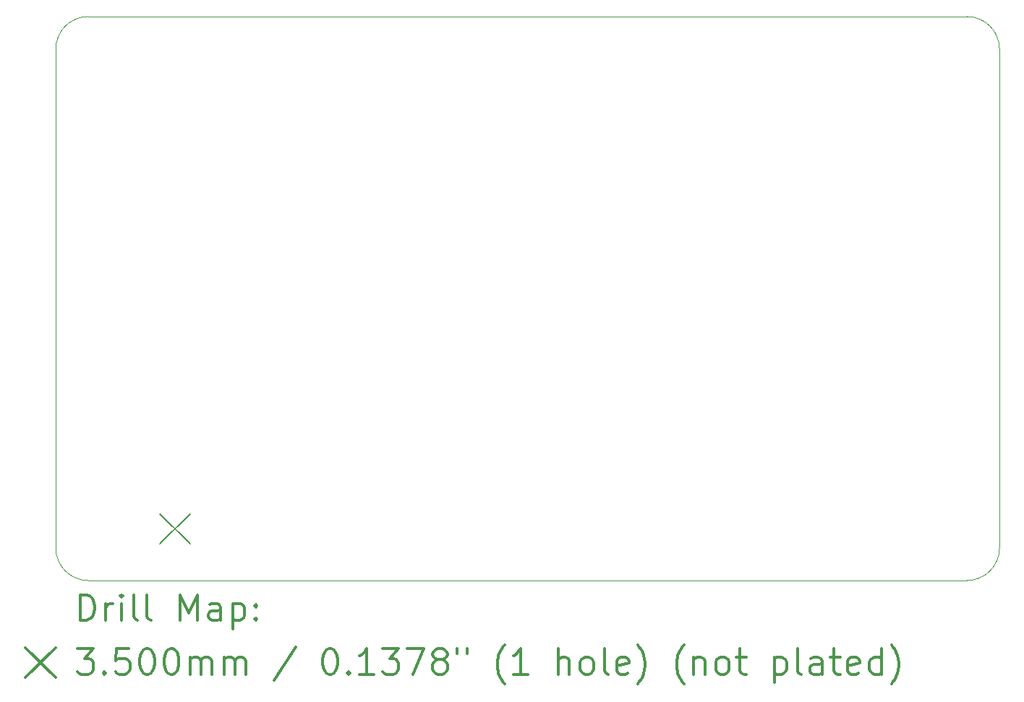
<source format=gbr>
%FSLAX45Y45*%
G04 Gerber Fmt 4.5, Leading zero omitted, Abs format (unit mm)*
G04 Created by KiCad (PCBNEW (5.1.12-1-10_14)) date 2022-01-30 19:40:45*
%MOMM*%
%LPD*%
G01*
G04 APERTURE LIST*
%TA.AperFunction,Profile*%
%ADD10C,0.050000*%
%TD*%
%ADD11C,0.200000*%
%ADD12C,0.300000*%
G04 APERTURE END LIST*
D10*
X8763000Y-7239000D02*
G75*
G02*
X9144000Y-6858000I381000J0D01*
G01*
X19431000Y-6858000D02*
G75*
G02*
X19812000Y-7239000I0J-381000D01*
G01*
X19812000Y-13081000D02*
G75*
G02*
X19431000Y-13462000I-381000J0D01*
G01*
X9144000Y-13462000D02*
G75*
G02*
X8763000Y-13081000I0J381000D01*
G01*
X9144000Y-13462000D02*
X19431000Y-13462000D01*
X19812000Y-7239000D02*
X19812000Y-13081000D01*
X9144000Y-6858000D02*
X19431000Y-6858000D01*
X8763000Y-13081000D02*
X8763000Y-7239000D01*
D11*
X9982700Y-12683750D02*
X10332700Y-13033750D01*
X10332700Y-12683750D02*
X9982700Y-13033750D01*
D12*
X9046928Y-13930214D02*
X9046928Y-13630214D01*
X9118357Y-13630214D01*
X9161214Y-13644500D01*
X9189786Y-13673071D01*
X9204071Y-13701643D01*
X9218357Y-13758786D01*
X9218357Y-13801643D01*
X9204071Y-13858786D01*
X9189786Y-13887357D01*
X9161214Y-13915929D01*
X9118357Y-13930214D01*
X9046928Y-13930214D01*
X9346928Y-13930214D02*
X9346928Y-13730214D01*
X9346928Y-13787357D02*
X9361214Y-13758786D01*
X9375500Y-13744500D01*
X9404071Y-13730214D01*
X9432643Y-13730214D01*
X9532643Y-13930214D02*
X9532643Y-13730214D01*
X9532643Y-13630214D02*
X9518357Y-13644500D01*
X9532643Y-13658786D01*
X9546928Y-13644500D01*
X9532643Y-13630214D01*
X9532643Y-13658786D01*
X9718357Y-13930214D02*
X9689786Y-13915929D01*
X9675500Y-13887357D01*
X9675500Y-13630214D01*
X9875500Y-13930214D02*
X9846928Y-13915929D01*
X9832643Y-13887357D01*
X9832643Y-13630214D01*
X10218357Y-13930214D02*
X10218357Y-13630214D01*
X10318357Y-13844500D01*
X10418357Y-13630214D01*
X10418357Y-13930214D01*
X10689786Y-13930214D02*
X10689786Y-13773071D01*
X10675500Y-13744500D01*
X10646928Y-13730214D01*
X10589786Y-13730214D01*
X10561214Y-13744500D01*
X10689786Y-13915929D02*
X10661214Y-13930214D01*
X10589786Y-13930214D01*
X10561214Y-13915929D01*
X10546928Y-13887357D01*
X10546928Y-13858786D01*
X10561214Y-13830214D01*
X10589786Y-13815929D01*
X10661214Y-13815929D01*
X10689786Y-13801643D01*
X10832643Y-13730214D02*
X10832643Y-14030214D01*
X10832643Y-13744500D02*
X10861214Y-13730214D01*
X10918357Y-13730214D01*
X10946928Y-13744500D01*
X10961214Y-13758786D01*
X10975500Y-13787357D01*
X10975500Y-13873071D01*
X10961214Y-13901643D01*
X10946928Y-13915929D01*
X10918357Y-13930214D01*
X10861214Y-13930214D01*
X10832643Y-13915929D01*
X11104071Y-13901643D02*
X11118357Y-13915929D01*
X11104071Y-13930214D01*
X11089786Y-13915929D01*
X11104071Y-13901643D01*
X11104071Y-13930214D01*
X11104071Y-13744500D02*
X11118357Y-13758786D01*
X11104071Y-13773071D01*
X11089786Y-13758786D01*
X11104071Y-13744500D01*
X11104071Y-13773071D01*
X8410500Y-14249500D02*
X8760500Y-14599500D01*
X8760500Y-14249500D02*
X8410500Y-14599500D01*
X9018357Y-14260214D02*
X9204071Y-14260214D01*
X9104071Y-14374500D01*
X9146928Y-14374500D01*
X9175500Y-14388786D01*
X9189786Y-14403071D01*
X9204071Y-14431643D01*
X9204071Y-14503071D01*
X9189786Y-14531643D01*
X9175500Y-14545929D01*
X9146928Y-14560214D01*
X9061214Y-14560214D01*
X9032643Y-14545929D01*
X9018357Y-14531643D01*
X9332643Y-14531643D02*
X9346928Y-14545929D01*
X9332643Y-14560214D01*
X9318357Y-14545929D01*
X9332643Y-14531643D01*
X9332643Y-14560214D01*
X9618357Y-14260214D02*
X9475500Y-14260214D01*
X9461214Y-14403071D01*
X9475500Y-14388786D01*
X9504071Y-14374500D01*
X9575500Y-14374500D01*
X9604071Y-14388786D01*
X9618357Y-14403071D01*
X9632643Y-14431643D01*
X9632643Y-14503071D01*
X9618357Y-14531643D01*
X9604071Y-14545929D01*
X9575500Y-14560214D01*
X9504071Y-14560214D01*
X9475500Y-14545929D01*
X9461214Y-14531643D01*
X9818357Y-14260214D02*
X9846928Y-14260214D01*
X9875500Y-14274500D01*
X9889786Y-14288786D01*
X9904071Y-14317357D01*
X9918357Y-14374500D01*
X9918357Y-14445929D01*
X9904071Y-14503071D01*
X9889786Y-14531643D01*
X9875500Y-14545929D01*
X9846928Y-14560214D01*
X9818357Y-14560214D01*
X9789786Y-14545929D01*
X9775500Y-14531643D01*
X9761214Y-14503071D01*
X9746928Y-14445929D01*
X9746928Y-14374500D01*
X9761214Y-14317357D01*
X9775500Y-14288786D01*
X9789786Y-14274500D01*
X9818357Y-14260214D01*
X10104071Y-14260214D02*
X10132643Y-14260214D01*
X10161214Y-14274500D01*
X10175500Y-14288786D01*
X10189786Y-14317357D01*
X10204071Y-14374500D01*
X10204071Y-14445929D01*
X10189786Y-14503071D01*
X10175500Y-14531643D01*
X10161214Y-14545929D01*
X10132643Y-14560214D01*
X10104071Y-14560214D01*
X10075500Y-14545929D01*
X10061214Y-14531643D01*
X10046928Y-14503071D01*
X10032643Y-14445929D01*
X10032643Y-14374500D01*
X10046928Y-14317357D01*
X10061214Y-14288786D01*
X10075500Y-14274500D01*
X10104071Y-14260214D01*
X10332643Y-14560214D02*
X10332643Y-14360214D01*
X10332643Y-14388786D02*
X10346928Y-14374500D01*
X10375500Y-14360214D01*
X10418357Y-14360214D01*
X10446928Y-14374500D01*
X10461214Y-14403071D01*
X10461214Y-14560214D01*
X10461214Y-14403071D02*
X10475500Y-14374500D01*
X10504071Y-14360214D01*
X10546928Y-14360214D01*
X10575500Y-14374500D01*
X10589786Y-14403071D01*
X10589786Y-14560214D01*
X10732643Y-14560214D02*
X10732643Y-14360214D01*
X10732643Y-14388786D02*
X10746928Y-14374500D01*
X10775500Y-14360214D01*
X10818357Y-14360214D01*
X10846928Y-14374500D01*
X10861214Y-14403071D01*
X10861214Y-14560214D01*
X10861214Y-14403071D02*
X10875500Y-14374500D01*
X10904071Y-14360214D01*
X10946928Y-14360214D01*
X10975500Y-14374500D01*
X10989786Y-14403071D01*
X10989786Y-14560214D01*
X11575500Y-14245929D02*
X11318357Y-14631643D01*
X11961214Y-14260214D02*
X11989786Y-14260214D01*
X12018357Y-14274500D01*
X12032643Y-14288786D01*
X12046928Y-14317357D01*
X12061214Y-14374500D01*
X12061214Y-14445929D01*
X12046928Y-14503071D01*
X12032643Y-14531643D01*
X12018357Y-14545929D01*
X11989786Y-14560214D01*
X11961214Y-14560214D01*
X11932643Y-14545929D01*
X11918357Y-14531643D01*
X11904071Y-14503071D01*
X11889786Y-14445929D01*
X11889786Y-14374500D01*
X11904071Y-14317357D01*
X11918357Y-14288786D01*
X11932643Y-14274500D01*
X11961214Y-14260214D01*
X12189786Y-14531643D02*
X12204071Y-14545929D01*
X12189786Y-14560214D01*
X12175500Y-14545929D01*
X12189786Y-14531643D01*
X12189786Y-14560214D01*
X12489786Y-14560214D02*
X12318357Y-14560214D01*
X12404071Y-14560214D02*
X12404071Y-14260214D01*
X12375500Y-14303071D01*
X12346928Y-14331643D01*
X12318357Y-14345929D01*
X12589786Y-14260214D02*
X12775500Y-14260214D01*
X12675500Y-14374500D01*
X12718357Y-14374500D01*
X12746928Y-14388786D01*
X12761214Y-14403071D01*
X12775500Y-14431643D01*
X12775500Y-14503071D01*
X12761214Y-14531643D01*
X12746928Y-14545929D01*
X12718357Y-14560214D01*
X12632643Y-14560214D01*
X12604071Y-14545929D01*
X12589786Y-14531643D01*
X12875500Y-14260214D02*
X13075500Y-14260214D01*
X12946928Y-14560214D01*
X13232643Y-14388786D02*
X13204071Y-14374500D01*
X13189786Y-14360214D01*
X13175500Y-14331643D01*
X13175500Y-14317357D01*
X13189786Y-14288786D01*
X13204071Y-14274500D01*
X13232643Y-14260214D01*
X13289786Y-14260214D01*
X13318357Y-14274500D01*
X13332643Y-14288786D01*
X13346928Y-14317357D01*
X13346928Y-14331643D01*
X13332643Y-14360214D01*
X13318357Y-14374500D01*
X13289786Y-14388786D01*
X13232643Y-14388786D01*
X13204071Y-14403071D01*
X13189786Y-14417357D01*
X13175500Y-14445929D01*
X13175500Y-14503071D01*
X13189786Y-14531643D01*
X13204071Y-14545929D01*
X13232643Y-14560214D01*
X13289786Y-14560214D01*
X13318357Y-14545929D01*
X13332643Y-14531643D01*
X13346928Y-14503071D01*
X13346928Y-14445929D01*
X13332643Y-14417357D01*
X13318357Y-14403071D01*
X13289786Y-14388786D01*
X13461214Y-14260214D02*
X13461214Y-14317357D01*
X13575500Y-14260214D02*
X13575500Y-14317357D01*
X14018357Y-14674500D02*
X14004071Y-14660214D01*
X13975500Y-14617357D01*
X13961214Y-14588786D01*
X13946928Y-14545929D01*
X13932643Y-14474500D01*
X13932643Y-14417357D01*
X13946928Y-14345929D01*
X13961214Y-14303071D01*
X13975500Y-14274500D01*
X14004071Y-14231643D01*
X14018357Y-14217357D01*
X14289786Y-14560214D02*
X14118357Y-14560214D01*
X14204071Y-14560214D02*
X14204071Y-14260214D01*
X14175500Y-14303071D01*
X14146928Y-14331643D01*
X14118357Y-14345929D01*
X14646928Y-14560214D02*
X14646928Y-14260214D01*
X14775500Y-14560214D02*
X14775500Y-14403071D01*
X14761214Y-14374500D01*
X14732643Y-14360214D01*
X14689786Y-14360214D01*
X14661214Y-14374500D01*
X14646928Y-14388786D01*
X14961214Y-14560214D02*
X14932643Y-14545929D01*
X14918357Y-14531643D01*
X14904071Y-14503071D01*
X14904071Y-14417357D01*
X14918357Y-14388786D01*
X14932643Y-14374500D01*
X14961214Y-14360214D01*
X15004071Y-14360214D01*
X15032643Y-14374500D01*
X15046928Y-14388786D01*
X15061214Y-14417357D01*
X15061214Y-14503071D01*
X15046928Y-14531643D01*
X15032643Y-14545929D01*
X15004071Y-14560214D01*
X14961214Y-14560214D01*
X15232643Y-14560214D02*
X15204071Y-14545929D01*
X15189786Y-14517357D01*
X15189786Y-14260214D01*
X15461214Y-14545929D02*
X15432643Y-14560214D01*
X15375500Y-14560214D01*
X15346928Y-14545929D01*
X15332643Y-14517357D01*
X15332643Y-14403071D01*
X15346928Y-14374500D01*
X15375500Y-14360214D01*
X15432643Y-14360214D01*
X15461214Y-14374500D01*
X15475500Y-14403071D01*
X15475500Y-14431643D01*
X15332643Y-14460214D01*
X15575500Y-14674500D02*
X15589786Y-14660214D01*
X15618357Y-14617357D01*
X15632643Y-14588786D01*
X15646928Y-14545929D01*
X15661214Y-14474500D01*
X15661214Y-14417357D01*
X15646928Y-14345929D01*
X15632643Y-14303071D01*
X15618357Y-14274500D01*
X15589786Y-14231643D01*
X15575500Y-14217357D01*
X16118357Y-14674500D02*
X16104071Y-14660214D01*
X16075500Y-14617357D01*
X16061214Y-14588786D01*
X16046928Y-14545929D01*
X16032643Y-14474500D01*
X16032643Y-14417357D01*
X16046928Y-14345929D01*
X16061214Y-14303071D01*
X16075500Y-14274500D01*
X16104071Y-14231643D01*
X16118357Y-14217357D01*
X16232643Y-14360214D02*
X16232643Y-14560214D01*
X16232643Y-14388786D02*
X16246928Y-14374500D01*
X16275500Y-14360214D01*
X16318357Y-14360214D01*
X16346928Y-14374500D01*
X16361214Y-14403071D01*
X16361214Y-14560214D01*
X16546928Y-14560214D02*
X16518357Y-14545929D01*
X16504071Y-14531643D01*
X16489786Y-14503071D01*
X16489786Y-14417357D01*
X16504071Y-14388786D01*
X16518357Y-14374500D01*
X16546928Y-14360214D01*
X16589786Y-14360214D01*
X16618357Y-14374500D01*
X16632643Y-14388786D01*
X16646928Y-14417357D01*
X16646928Y-14503071D01*
X16632643Y-14531643D01*
X16618357Y-14545929D01*
X16589786Y-14560214D01*
X16546928Y-14560214D01*
X16732643Y-14360214D02*
X16846928Y-14360214D01*
X16775500Y-14260214D02*
X16775500Y-14517357D01*
X16789786Y-14545929D01*
X16818357Y-14560214D01*
X16846928Y-14560214D01*
X17175500Y-14360214D02*
X17175500Y-14660214D01*
X17175500Y-14374500D02*
X17204071Y-14360214D01*
X17261214Y-14360214D01*
X17289786Y-14374500D01*
X17304071Y-14388786D01*
X17318357Y-14417357D01*
X17318357Y-14503071D01*
X17304071Y-14531643D01*
X17289786Y-14545929D01*
X17261214Y-14560214D01*
X17204071Y-14560214D01*
X17175500Y-14545929D01*
X17489786Y-14560214D02*
X17461214Y-14545929D01*
X17446928Y-14517357D01*
X17446928Y-14260214D01*
X17732643Y-14560214D02*
X17732643Y-14403071D01*
X17718357Y-14374500D01*
X17689786Y-14360214D01*
X17632643Y-14360214D01*
X17604071Y-14374500D01*
X17732643Y-14545929D02*
X17704071Y-14560214D01*
X17632643Y-14560214D01*
X17604071Y-14545929D01*
X17589786Y-14517357D01*
X17589786Y-14488786D01*
X17604071Y-14460214D01*
X17632643Y-14445929D01*
X17704071Y-14445929D01*
X17732643Y-14431643D01*
X17832643Y-14360214D02*
X17946928Y-14360214D01*
X17875500Y-14260214D02*
X17875500Y-14517357D01*
X17889786Y-14545929D01*
X17918357Y-14560214D01*
X17946928Y-14560214D01*
X18161214Y-14545929D02*
X18132643Y-14560214D01*
X18075500Y-14560214D01*
X18046928Y-14545929D01*
X18032643Y-14517357D01*
X18032643Y-14403071D01*
X18046928Y-14374500D01*
X18075500Y-14360214D01*
X18132643Y-14360214D01*
X18161214Y-14374500D01*
X18175500Y-14403071D01*
X18175500Y-14431643D01*
X18032643Y-14460214D01*
X18432643Y-14560214D02*
X18432643Y-14260214D01*
X18432643Y-14545929D02*
X18404071Y-14560214D01*
X18346928Y-14560214D01*
X18318357Y-14545929D01*
X18304071Y-14531643D01*
X18289786Y-14503071D01*
X18289786Y-14417357D01*
X18304071Y-14388786D01*
X18318357Y-14374500D01*
X18346928Y-14360214D01*
X18404071Y-14360214D01*
X18432643Y-14374500D01*
X18546928Y-14674500D02*
X18561214Y-14660214D01*
X18589786Y-14617357D01*
X18604071Y-14588786D01*
X18618357Y-14545929D01*
X18632643Y-14474500D01*
X18632643Y-14417357D01*
X18618357Y-14345929D01*
X18604071Y-14303071D01*
X18589786Y-14274500D01*
X18561214Y-14231643D01*
X18546928Y-14217357D01*
M02*

</source>
